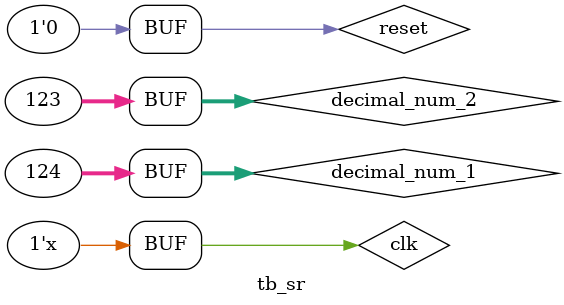
<source format=v>
`timescale 1ns / 1ps


module tb_sr;

	// Inputs
	reg clk = 1'b1;
	reg reset = 1'b0;
	reg opt;
	reg[31:0] decimal_num_1 = 32'd124;
    reg[31:0] decimal_num_2 = 32'd123;
	wire a,b,L,E,G;
	always #4 clk = ~clk;

	// Instantiate the Unit Under Test (UUT)
    linear_shift_register psr1(.clk(clk), .reset(reset), .inp(decimal_num_1), .out(a));
    linear_shift_register psr2(.clk(clk), .reset(reset), .inp(decimal_num_2), .out(b));
	sequential_unsigned_comparator uut(.a(a),.b(b),.L(L),.E(E),.G(G),.clk(clk),.rst(reset),.op(opt));
	initial begin
		reset = 1'b1;
		#4 reset = 1'b0;
		#4;
	end
	always #8 $monitor($time,"\t a = %b, \t b = %b \t L= %b,\t E= %b\t G= %b ", a, b, L, E, G);
      
endmodule

</source>
